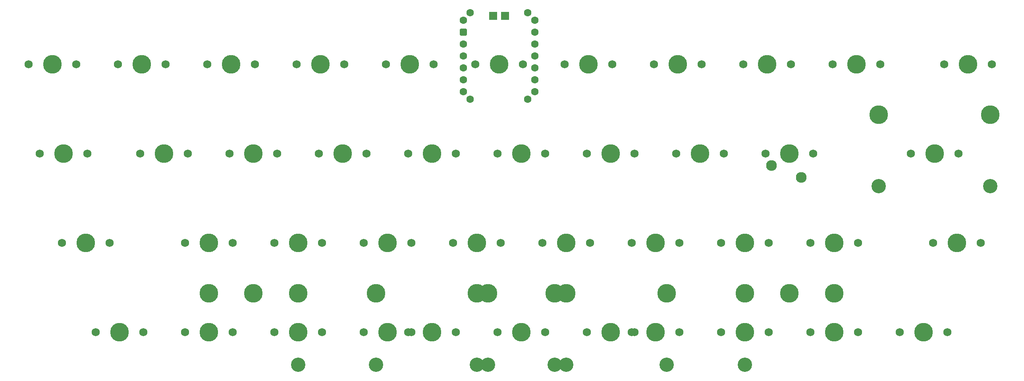
<source format=gbr>
%TF.GenerationSoftware,KiCad,Pcbnew,8.0.0*%
%TF.CreationDate,2024-02-25T16:00:08+01:00*%
%TF.ProjectId,QASS_PCB,51415353-5f50-4434-922e-6b696361645f,rev?*%
%TF.SameCoordinates,Original*%
%TF.FileFunction,Soldermask,Top*%
%TF.FilePolarity,Negative*%
%FSLAX46Y46*%
G04 Gerber Fmt 4.6, Leading zero omitted, Abs format (unit mm)*
G04 Created by KiCad (PCBNEW 8.0.0) date 2024-02-25 16:00:08*
%MOMM*%
%LPD*%
G01*
G04 APERTURE LIST*
G04 Aperture macros list*
%AMRoundRect*
0 Rectangle with rounded corners*
0 $1 Rounding radius*
0 $2 $3 $4 $5 $6 $7 $8 $9 X,Y pos of 4 corners*
0 Add a 4 corners polygon primitive as box body*
4,1,4,$2,$3,$4,$5,$6,$7,$8,$9,$2,$3,0*
0 Add four circle primitives for the rounded corners*
1,1,$1+$1,$2,$3*
1,1,$1+$1,$4,$5*
1,1,$1+$1,$6,$7*
1,1,$1+$1,$8,$9*
0 Add four rect primitives between the rounded corners*
20,1,$1+$1,$2,$3,$4,$5,0*
20,1,$1+$1,$4,$5,$6,$7,0*
20,1,$1+$1,$6,$7,$8,$9,0*
20,1,$1+$1,$8,$9,$2,$3,0*%
G04 Aperture macros list end*
%ADD10C,1.750000*%
%ADD11C,3.987800*%
%ADD12C,3.048000*%
%ADD13C,2.300000*%
%ADD14C,1.600000*%
%ADD15RoundRect,0.400000X0.400000X-0.400000X0.400000X0.400000X-0.400000X0.400000X-0.400000X-0.400000X0*%
%ADD16R,1.700000X1.700000*%
G04 APERTURE END LIST*
D10*
%TO.C,MX24*%
X80645000Y-67865625D03*
D11*
X85725000Y-67865625D03*
D10*
X90805000Y-67865625D03*
%TD*%
%TO.C,MX39*%
X213995000Y-86915625D03*
D11*
X219075000Y-86915625D03*
D10*
X224155000Y-86915625D03*
%TD*%
%TO.C,MX10*%
X199707500Y-29765625D03*
D11*
X204787500Y-29765625D03*
D10*
X209867500Y-29765625D03*
%TD*%
%TO.C,MX5*%
X104457500Y-29765625D03*
D11*
X109537500Y-29765625D03*
D10*
X114617500Y-29765625D03*
%TD*%
%TO.C,MX2*%
X47307500Y-29765625D03*
D11*
X52387500Y-29765625D03*
D10*
X57467500Y-29765625D03*
%TD*%
%TO.C,MX3*%
X66357500Y-29765625D03*
D11*
X71437500Y-29765625D03*
D10*
X76517500Y-29765625D03*
%TD*%
%TO.C,MX27*%
X137795000Y-67865625D03*
D11*
X142875000Y-67865625D03*
D10*
X147955000Y-67865625D03*
%TD*%
%TO.C,MX25*%
X99695000Y-67865625D03*
D11*
X104775000Y-67865625D03*
D10*
X109855000Y-67865625D03*
%TD*%
%TO.C,MX31*%
X221138750Y-67865625D03*
D11*
X226218750Y-67865625D03*
D10*
X231298750Y-67865625D03*
%TD*%
%TO.C,MX33*%
X61595000Y-86915625D03*
D11*
X66675000Y-86915625D03*
D10*
X71755000Y-86915625D03*
%TD*%
%TO.C,MX8*%
X161607500Y-29765625D03*
D11*
X166687500Y-29765625D03*
D10*
X171767500Y-29765625D03*
%TD*%
%TO.C,MX21*%
X226536250Y-48815625D03*
D11*
X221456250Y-48815625D03*
D10*
X216376250Y-48815625D03*
%TD*%
D12*
%TO.C,S5*%
X164306250Y-93900625D03*
D11*
X164306250Y-78660625D03*
D12*
X140493750Y-93900625D03*
D11*
X140493750Y-78660625D03*
%TD*%
D10*
%TO.C,MX36*%
X156845000Y-86915625D03*
D11*
X161925000Y-86915625D03*
D10*
X167005000Y-86915625D03*
%TD*%
%TO.C,MX14*%
X81280000Y-48815625D03*
D11*
X76200000Y-48815625D03*
D10*
X71120000Y-48815625D03*
%TD*%
%TO.C,MX16*%
X119380000Y-48815625D03*
D11*
X114300000Y-48815625D03*
D10*
X109220000Y-48815625D03*
%TD*%
%TO.C,MX38*%
X194945000Y-86915625D03*
D11*
X200025000Y-86915625D03*
D10*
X205105000Y-86915625D03*
%TD*%
%TO.C,MX13*%
X52070000Y-48815625D03*
D11*
X57150000Y-48815625D03*
D10*
X62230000Y-48815625D03*
%TD*%
%TO.C,MX19*%
X176530000Y-48815625D03*
D11*
X171450000Y-48815625D03*
D10*
X166370000Y-48815625D03*
%TD*%
%TO.C,MX22*%
X35401250Y-67865625D03*
D11*
X40481250Y-67865625D03*
D10*
X45561250Y-67865625D03*
%TD*%
%TO.C,MX17*%
X138430000Y-48815625D03*
D11*
X133350000Y-48815625D03*
D10*
X128270000Y-48815625D03*
%TD*%
%TO.C,MX11*%
X223520000Y-29765625D03*
D11*
X228600000Y-29765625D03*
D10*
X233680000Y-29765625D03*
%TD*%
D12*
%TO.C,S1*%
X233362500Y-55800625D03*
D11*
X233362500Y-40560625D03*
D12*
X209550000Y-55800625D03*
D11*
X209550000Y-40560625D03*
%TD*%
D10*
%TO.C,MX34*%
X80645000Y-86915625D03*
D11*
X85725000Y-86915625D03*
D10*
X90805000Y-86915625D03*
%TD*%
%TO.C,MX9*%
X180657500Y-29765625D03*
D11*
X185737500Y-29765625D03*
D10*
X190817500Y-29765625D03*
%TD*%
%TO.C,MX41*%
X128270000Y-86915625D03*
D11*
X133350000Y-86915625D03*
D10*
X138430000Y-86915625D03*
%TD*%
%TO.C,MX23*%
X61595000Y-67865625D03*
D11*
X66675000Y-67865625D03*
D10*
X71755000Y-67865625D03*
%TD*%
%TO.C,MX12*%
X30638750Y-48815625D03*
D11*
X35718750Y-48815625D03*
D10*
X40798750Y-48815625D03*
%TD*%
%TO.C,MX6*%
X123507500Y-29765625D03*
D11*
X128587500Y-29765625D03*
D10*
X133667500Y-29765625D03*
%TD*%
%TO.C,MX4*%
X85407500Y-29765625D03*
D11*
X90487500Y-29765625D03*
D10*
X95567500Y-29765625D03*
%TD*%
%TO.C,MX30*%
X194945000Y-67865625D03*
D11*
X200025000Y-67865625D03*
D10*
X205105000Y-67865625D03*
%TD*%
%TO.C,MX7*%
X142557500Y-29765625D03*
D11*
X147637500Y-29765625D03*
D10*
X152717500Y-29765625D03*
%TD*%
%TO.C,MX18*%
X157480000Y-48815625D03*
D11*
X152400000Y-48815625D03*
D10*
X147320000Y-48815625D03*
%TD*%
D12*
%TO.C,S2*%
X180975000Y-93900625D03*
D11*
X180975000Y-78660625D03*
D12*
X142875000Y-93900625D03*
D11*
X142875000Y-78660625D03*
%TD*%
D12*
%TO.C,S3*%
X123825000Y-93900625D03*
D11*
X123825000Y-78660625D03*
D12*
X85725000Y-93900625D03*
D11*
X85725000Y-78660625D03*
%TD*%
D10*
%TO.C,MX28*%
X156845000Y-67865625D03*
D11*
X161925000Y-67865625D03*
D10*
X167005000Y-67865625D03*
%TD*%
%TO.C,MX29*%
X175895000Y-67865625D03*
D11*
X180975000Y-67865625D03*
D10*
X186055000Y-67865625D03*
%TD*%
%TO.C,MX35*%
X99695000Y-86915625D03*
D11*
X104775000Y-86915625D03*
D10*
X109855000Y-86915625D03*
%TD*%
%TO.C,MX42*%
X147320000Y-86915625D03*
D11*
X152400000Y-86915625D03*
D10*
X157480000Y-86915625D03*
%TD*%
%TO.C,MX1*%
X28257500Y-29765625D03*
D11*
X33337500Y-29765625D03*
D10*
X38417500Y-29765625D03*
%TD*%
%TO.C,MX37*%
X175895000Y-86915625D03*
D11*
X180975000Y-86915625D03*
D10*
X186055000Y-86915625D03*
%TD*%
%TO.C,MX32*%
X42545000Y-86915625D03*
D11*
X47625000Y-86915625D03*
D10*
X52705000Y-86915625D03*
%TD*%
%TO.C,MX15*%
X90170000Y-48815625D03*
D11*
X95250000Y-48815625D03*
D10*
X100330000Y-48815625D03*
%TD*%
%TO.C,MX40*%
X109220000Y-86915625D03*
D11*
X114300000Y-86915625D03*
D10*
X119380000Y-86915625D03*
%TD*%
D11*
%TO.C,S7*%
X200025000Y-78660625D03*
X190500000Y-78660625D03*
X76200000Y-78660625D03*
X66675000Y-78660625D03*
%TD*%
D10*
%TO.C,MX26*%
X118745000Y-67865625D03*
D11*
X123825000Y-67865625D03*
D10*
X128905000Y-67865625D03*
%TD*%
D13*
%TO.C,MX20*%
X193040000Y-53895625D03*
X186690000Y-51355625D03*
D10*
X195580000Y-48815625D03*
D11*
X190500000Y-48815625D03*
D10*
X185420000Y-48815625D03*
%TD*%
D12*
%TO.C,S4*%
X126206250Y-93900625D03*
D11*
X126206250Y-78660625D03*
D12*
X102393750Y-93900625D03*
D11*
X102393750Y-78660625D03*
%TD*%
%TO.C,S6*%
X180975000Y-78660625D03*
X85725000Y-78660625D03*
%TD*%
D14*
%TO.C,U1*%
X136207500Y-20399375D03*
X136207500Y-22939375D03*
X136207500Y-25479375D03*
X136207500Y-28019375D03*
X136207500Y-30559375D03*
X136207500Y-33099375D03*
X136207500Y-35639375D03*
X120967500Y-35639375D03*
X120967500Y-33099375D03*
X120967500Y-30559375D03*
X120967500Y-28019375D03*
X120967500Y-25479375D03*
D15*
X120967500Y-22939375D03*
D14*
X120967500Y-20399375D03*
X134742500Y-37249375D03*
X122432500Y-37249375D03*
X122432500Y-18789375D03*
X134742500Y-18789375D03*
%TD*%
D16*
%TO.C,J1*%
X129920000Y-19446875D03*
X127380000Y-19446875D03*
%TD*%
M02*

</source>
